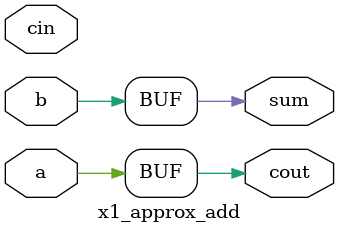
<source format=v>
/*
 *  Implements 1bit approximate adder
 *
 *  Authors: Marcus Meysel, Karel Rusy, Hakim Tayari
 *  Date: 2024-07-10
 *
 *  Permission to use, copy, modify, and/or distribute this software for any
 *  purpose with or without fee is hereby granted, provided that the above
 *  copyright notice and this permission notice appear in all copies.
 *
 *  THE SOFTWARE IS PROVIDED "AS IS" AND THE AUTHORS DISCLAIM ALL WARRANTIES
 *  WITH REGARD TO THIS SOFTWARE INCLUDING ALL IMPLIED WARRANTIES OF
 *  MERCHANTABILITY AND FITNESS. IN NO EVENT SHALL THE AUTHORS BE LIABLE FOR
 *  ANY SPECIAL, DIRECT, INDIRECT, OR CONSEQUENTIAL DAMAGES OR ANY DAMAGES
 *  WHATSOEVER RESULTING FROM LOSS OF USE, DATA OR PROFITS, WHETHER IN AN
 *  ACTION OF CONTRACT, NEGLIGENCE OR OTHER TORTIOUS ACTION, ARISING OUT OF
 *  OR IN CONNECTION WITH THE USE OR PERFORMANCE OF THIS SOFTWARE.
 *
 */


module x1_approx_add (

    // According to paper C_in is not used in ApproxAdd4 circuit
    // So we define it as input in order to avoid syntax error in
    // simulation and synthesis but we don't connect it to anything.

    input a, // 1-bit input A
    input b, // 1-bit input B
    input cin, // 1-bit input carry in
    output sum, // 1-bit output sum
    output cout // 1-bit output carry 
);

    assign cout = a;
    assign sum = b;

endmodule

</source>
